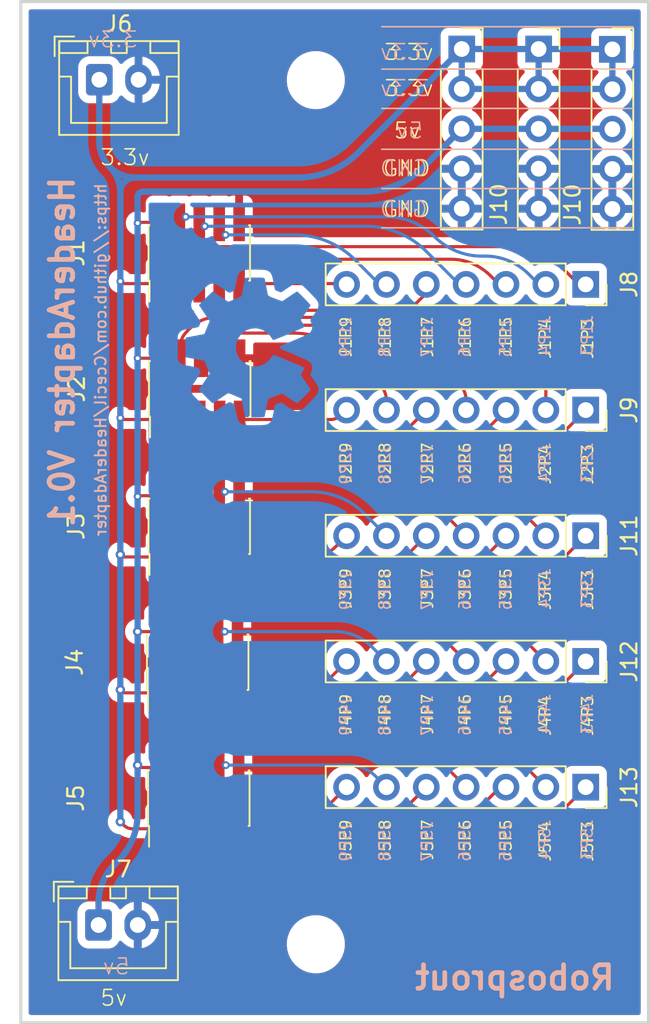
<source format=kicad_pcb>
(kicad_pcb (version 20221018) (generator pcbnew)
  (layers (0 "F.Cu" signal) (31 "B.Cu" signal) (34 "B.Paste" user) (35 "F.Paste" user) (36 "B.SilkS" user "B.Silkscreen") (37 "F.SilkS" user "F.Silkscreen") (38 "B.Mask" user) (39 "F.Mask" user) (44 "Edge.Cuts" user))
  (net 0 "")
  (net 1 "+3.3V")
  (net 2 "+5V")
  (net 3 "J1P3")
  (net 4 "J1P4")
  (net 5 "J1P5")
  (net 6 "J1P6")
  (net 7 "J1P7")
  (net 8 "J1P8")
  (net 9 "J1P9")
  (net 10 "GND")
  (net 11 "J2P3")
  (net 12 "J2P4")
  (net 13 "J2P5")
  (net 14 "J2P6")
  (net 15 "J2P7")
  (net 16 "J2P8")
  (net 17 "J2P9")
  (net 18 "J3P3")
  (net 19 "J3P4")
  (net 20 "J3P5")
  (net 21 "J3P6")
  (net 22 "J3P7")
  (net 23 "J3P8")
  (net 24 "J3P9")
  (net 25 "J4P3")
  (net 26 "J4P4")
  (net 27 "J4P5")
  (net 28 "J4P6")
  (net 29 "J4P7")
  (net 30 "J4P8")
  (net 31 "J4P9")
  (net 32 "J5P3")
  (net 33 "J5P4")
  (net 34 "J5P5")
  (net 35 "J5P6")
  (net 36 "J5P7")
  (net 37 "J5P8")
  (net 38 "J5P9")
  (footprint "Connector_PinSocket_2.54mm:PinSocket_1x07_P2.54mm_Vertical" (layer "F.Cu") (at 131 70 -90)
    (fp_text reference "J9")
    (fp_text value "Conn_01x07_Socket")
  )
  (footprint "Symbol:OSHW-Logo2_7.3x6mm_Copper" (layer "F.Cu") (at 130.5 103.5 90)
    (fp_text reference "REF**" hide)
    (fp_text value "OSHW-Logo2_7.3x6mm_Copper" hide)
  )
  (footprint "Connector_JST:JST_XH_B2B-XH-A_1x02_P2.50mm_Vertical" (layer "F.Cu") (at 99.95 102.775)
    (fp_text reference "J7")
    (fp_text value "Conn_01x02_Socket")
  )
  (footprint "MountingHole:MountingHole_3.2mm_M3" (layer "F.Cu") (at 113.8 49)
    (fp_text reference "REF**" hide)
    (fp_text value "MountingHole_3.2mm_M3" hide)
  )
  (footprint "Connector_PinHeader_1.27mm:PinHeader_2x05_P1.27mm_Vertical_SMD" (layer "F.Cu") (at 106.27 86.05 90)
    (fp_text reference "J4")
    (fp_text value "Conn_02x05_Odd_Even" hide)
  )
  (footprint "Connector_PinSocket_2.54mm:PinSocket_1x07_P2.54mm_Vertical" (layer "F.Cu") (at 131 86 -90)
    (fp_text reference "J12")
    (fp_text value "Conn_01x07_Socket")
  )
  (footprint "Connector_PinSocket_2.54mm:PinSocket_1x05_P2.54mm_Vertical" (layer "F.Cu") (at 128 47.02)
    (fp_text reference "J10")
    (fp_text value "Conn_01x05_Socket" hide)
  )
  (footprint "Connector_PinHeader_1.27mm:PinHeader_2x05_P1.27mm_Vertical_SMD" (layer "F.Cu") (at 106.37 77.4 90)
    (fp_text reference "J3")
    (fp_text value "Conn_02x05_Odd_Even" hide)
  )
  (footprint "Connector_PinHeader_1.27mm:PinHeader_2x05_P1.27mm_Vertical_SMD" (layer "F.Cu") (at 106.4 68.65 90)
    (fp_text reference "J2")
    (fp_text value "Conn_02x05_Odd_Even" hide)
  )
  (footprint "Connector_PinHeader_1.27mm:PinHeader_2x05_P1.27mm_Vertical_SMD" (layer "F.Cu") (at 106.34 94.7 90)
    (fp_text reference "J5")
    (fp_text value "Conn_02x05_Odd_Even" hide)
  )
  (footprint "Connector_PinHeader_1.27mm:PinHeader_2x05_P1.27mm_Vertical_SMD" (layer "F.Cu") (at 106.37 60 90)
    (fp_text reference "J1")
    (fp_text value "Conn_02x05_Odd_Even" hide)
  )
  (footprint "Connector_PinSocket_2.54mm:PinSocket_1x07_P2.54mm_Vertical" (layer "F.Cu") (at 131 78 -90)
    (fp_text reference "J11")
    (fp_text value "Conn_01x07_Socket")
  )
  (footprint "Connector_PinSocket_2.54mm:PinSocket_1x05_P2.54mm_Vertical" (layer "F.Cu") (at 123.1 47.02)
    (fp_text reference "J10" hide)
    (fp_text value "Conn_01x05_Socket" hide)
  )
  (footprint "MountingHole:MountingHole_3.2mm_M3" (layer "F.Cu") (at 113.8 104)
    (fp_text reference "REF**" hide)
    (fp_text value "MountingHole_3.2mm_M3" hide)
  )
  (footprint "Connector_JST:JST_XH_B2B-XH-A_1x02_P2.50mm_Vertical" (layer "F.Cu") (at 100 48.975)
    (fp_text reference "J6")
    (fp_text value "Conn_01x02_Socket")
  )
  (footprint "Connector_PinSocket_2.54mm:PinSocket_1x07_P2.54mm_Vertical" (layer "F.Cu") (at 131 62 -90)
    (fp_text reference "J8")
    (fp_text value "Conn_01x07_Socket")
  )
  (footprint "Connector_PinSocket_2.54mm:PinSocket_1x05_P2.54mm_Vertical" (layer "F.Cu") (at 132.7 47.04)
    (fp_text reference "J10")
    (fp_text value "Conn_01x05_Socket" hide)
  )
  (footprint "Connector_PinSocket_2.54mm:PinSocket_1x07_P2.54mm_Vertical" (layer "F.Cu") (at 131 94 -90)
    (fp_text reference "J13")
    (fp_text value "Conn_01x07_Socket")
  )
  (footprint "Symbol:OSHW-Symbol_8.9x8mm_Copper" (layer "B.Cu") (at 109.5 66 -90)
    (fp_text reference "REF**" hide)
    (fp_text value "OSHW-Symbol_8.9x8mm_Copper" hide)
  )
  (gr_line (start 118 53.4) (end 134 53.4) (stroke (width 0.1)) (layer "B.SilkS"))
  (gr_line (start 118 45.6) (end 134 45.6) (stroke (width 0.1)) (layer "B.SilkS"))
  (gr_line (start 118 58.4) (end 134 58.4) (stroke (width 0.1)) (layer "B.SilkS"))
  (gr_line (start 118 55.9) (end 134 55.9) (stroke (width 0.1)) (layer "B.SilkS"))
  (gr_line (start 118 48.3) (end 134 48.3) (stroke (width 0.1)) (layer "B.SilkS"))
  (gr_line (start 118 50.8) (end 134 50.8) (stroke (width 0.1)) (layer "B.SilkS"))
  (gr_rect (start 95 44) (end 135 109) (stroke (width 0.2)) (fill none) (layer "Edge.Cuts"))
  (gr_text "3.3v" (at 121.1 50.1) (layer "B.SilkS") (effects (font (size 1 1) (thickness 0.1)) (justify left bottom mirror)))
  (gr_text "3.3v" (at 102.5 47) (layer "B.SilkS") (effects (font (size 1 1) (thickness 0.1)) (justify left bottom mirror)))
  (gr_text "J1P6" (at 123.7 64 90) (layer "B.SilkS") (effects (font (size 0.7 0.7) (thickness 0.1)) (justify left bottom mirror)))
  (gr_text "J2P6" (at 123.7 72.1 90) (layer "B.SilkS") (effects (font (size 0.7 0.7) (thickness 0.1)) (justify left bottom mirror)))
  (gr_text "J2P3" (at 131.5 72 90) (layer "B.SilkS") (effects (font (size 0.7 0.7) (thickness 0.1)) (justify left bottom mirror)))
  (gr_text "https://github.com/Ccecil/HeaderAdapter" (at 100.5 55.5 90) (layer "B.SilkS") (effects (font (size 0.7 0.7) (thickness 0.125) bold) (justify left bottom mirror)))
  (gr_text "J2P8" (at 118.6 72.1 90) (layer "B.SilkS") (effects (font (size 0.7 0.7) (thickness 0.1)) (justify left bottom mirror)))
  (gr_text "J3P4" (at 128.8 80 90) (layer "B.SilkS") (effects (font (size 0.7 0.7) (thickness 0.1)) (justify left bottom mirror)))
  (gr_text "J1P3" (at 131.5 63.9 90) (layer "B.SilkS") (effects (font (size 0.7 0.7) (thickness 0.1)) (justify left bottom mirror)))
  (gr_text "HeaderAdapter V0.1" (at 98.5 55 90) (layer "B.SilkS") (effects (font (size 1.5 1.5) (thickness 0.3) bold) (justify left bottom mirror)))
  (gr_text "J4P9" (at 116.1 88.1 90) (layer "B.SilkS") (effects (font (size 0.7 0.7) (thickness 0.1)) (justify left bottom mirror)))
  (gr_text "J2P4" (at 128.8 72 90) (layer "B.SilkS") (effects (font (size 0.7 0.7) (thickness 0.1)) (justify left bottom mirror)))
  (gr_text "J3P7" (at 121.3 80.1 90) (layer "B.SilkS") (effects (font (size 0.7 0.7) (thickness 0.1)) (justify left bottom mirror)))
  (gr_text "J4P6" (at 123.7 88.1 90) (layer "B.SilkS") (effects (font (size 0.7 0.7) (thickness 0.1)) (justify left bottom mirror)))
  (gr_text "J1P8" (at 118.6 64 90) (layer "B.SilkS") (effects (font (size 0.7 0.7) (thickness 0.1)) (justify left bottom mirror)))
  (gr_text "3.3v" (at 121.1 47.8) (layer "B.SilkS") (effects (font (size 1 1) (thickness 0.1)) (justify left bottom mirror)))
  (gr_text "J1P9" (at 116.1 64 90) (layer "B.SilkS") (effects (font (size 0.7 0.7) (thickness 0.1)) (justify left bottom mirror)))
  (gr_text "5v" (at 102 106) (layer "B.SilkS") (effects (font (size 1 1) (thickness 0.1)) (justify left bottom mirror)))
  (gr_text "GND" (at 121 57.8) (layer "B.SilkS") (effects (font (size 1 1) (thickness 0.1)) (justify left bottom mirror)))
  (gr_text "J2P5" (at 126.3 72.1 90) (layer "B.SilkS") (effects (font (size 0.7 0.7) (thickness 0.1)) (justify left bottom mirror)))
  (gr_text "J5P8" (at 118.6 96.1 90) (layer "B.SilkS") (effects (font (size 0.7 0.7) (thickness 0.1)) (justify left bottom mirror)))
  (gr_text "J1P5" (at 126.3 64 90) (layer "B.SilkS") (effects (font (size 0.7 0.7) (thickness 0.1)) (justify left bottom mirror)))
  (gr_text "J4P8" (at 118.6 88.1 90) (layer "B.SilkS") (effects (font (size 0.7 0.7) (thickness 0.1)) (justify left bottom mirror)))
  (gr_text "J3P8" (at 118.6 80.1 90) (layer "B.SilkS") (effects (font (size 0.7 0.7) (thickness 0.1)) (justify left bottom mirror)))
  (gr_text "J4P4" (at 128.8 88 90) (layer "B.SilkS") (effects (font (size 0.7 0.7) (thickness 0.1)) (justify left bottom mirror)))
  (gr_text "J5P6" (at 123.7 96.1 90) (layer "B.SilkS") (effects (font (size 0.7 0.7) (thickness 0.1)) (justify left bottom mirror)))
  (gr_text "J1P7" (at 121.3 64 90) (layer "B.SilkS") (effects (font (size 0.7 0.7) (thickness 0.1)) (justify left bottom mirror)))
  (gr_text "J4P7" (at 121.3 88.1 90) (layer "B.SilkS") (effects (font (size 0.7 0.7) (thickness 0.1)) (justify left bottom mirror)))
  (gr_text "J5P3" (at 131.5 96 90) (layer "B.SilkS") (effects (font (size 0.7 0.7) (thickness 0.1)) (justify left bottom mirror)))
  (gr_text "J3P5" (at 126.3 80.1 90) (layer "B.SilkS") (effects (font (size 0.7 0.7) (thickness 0.1)) (justify left bottom mirror)))
  (gr_text "J4P3" (at 131.5 88 90) (layer "B.SilkS") (effects (font (size 0.7 0.7) (thickness 0.1)) (justify left bottom mirror)))
  (gr_text "GND" (at 121 55.2) (layer "B.SilkS") (effects (font (size 1 1) (thickness 0.1)) (justify left bottom mirror)))
  (gr_text "J5P9" (at 116.1 96.1 90) (layer "B.SilkS") (effects (font (size 0.7 0.7) (thickness 0.1)) (justify left bottom mirror)))
  (gr_text "J5P4" (at 128.8 96 90) (layer "B.SilkS") (effects (font (size 0.7 0.7) (thickness 0.1)) (justify left bottom mirror)))
  (gr_text "J5P7" (at 121.3 96.1 90) (layer "B.SilkS") (effects (font (size 0.7 0.7) (thickness 0.1)) (justify left bottom mirror)))
  (gr_text "J3P3" (at 131.5 80 90) (layer "B.SilkS") (effects (font (size 0.7 0.7) (thickness 0.1)) (justify left bottom mirror)))
  (gr_text "J3P6" (at 123.7 80.1 90) (layer "B.SilkS") (effects (font (size 0.7 0.7) (thickness 0.1)) (justify left bottom mirror)))
  (gr_text "J2P7" (at 121.3 72.1 90) (layer "B.SilkS") (effects (font (size 0.7 0.7) (thickness 0.1)) (justify left bottom mirror)))
  (gr_text "Robosprout " (at 133 107) (layer "B.SilkS") (effects (font (size 1.5 1.5) (thickness 0.3) bold) (justify left bottom mirror)))
  (gr_text "5v" (at 120.7 52.8) (layer "B.SilkS") (effects (font (size 1 1) (thickness 0.1)) (justify left bottom mirror)))
  (gr_text "J3P9" (at 116.1 80.1 90) (layer "B.SilkS") (effects (font (size 0.7 0.7) (thickness 0.1)) (justify left bottom mirror)))
  (gr_text "J1P4" (at 128.8 63.9 90) (layer "B.SilkS") (effects (font (size 0.7 0.7) (thickness 0.1)) (justify left bottom mirror)))
  (gr_text "J5P5" (at 126.3 96.1 90) (layer "B.SilkS") (effects (font (size 0.7 0.7) (thickness 0.1)) (justify left bottom mirror)))
  (gr_text "J2P9" (at 116.1 72.1 90) (layer "B.SilkS") (effects (font (size 0.7 0.7) (thickness 0.1)) (justify left bottom mirror)))
  (gr_text "J4P5" (at 126.3 88.1 90) (layer "B.SilkS") (effects (font (size 0.7 0.7) (thickness 0.1)) (justify left bottom mirror)))
  (gr_text "GND" (at 118 57.8) (layer "F.SilkS") (effects (font (size 1 1) (thickness 0.1)) (justify left bottom)))
  (gr_text "J2P7" (at 121.33 74.7 90) (layer "F.SilkS") (effects (font (size 0.7 0.7) (thickness 0.1)) (justify left bottom)))
  (gr_text "J4P5" (at 126.33 90.7 90) (layer "F.SilkS") (effects (font (size 0.7 0.7) (thickness 0.1)) (justify left bottom)))
  (gr_text "5v" (at 118.7 52.8) (layer "F.SilkS") (effects (font (size 1 1) (thickness 0.1)) (justify left bottom)))
  (gr_text "J2P9" (at 116.13 74.7 90) (layer "F.SilkS") (effects (font (size 0.7 0.7) (thickness 0.1)) (justify left bottom)))
  (gr_text "J1P9" (at 116.13 66.7 90) (layer "F.SilkS") (effects (font (size 0.7 0.7) (thickness 0.1)) (justify left bottom)))
  (gr_text "J3P6" (at 123.73 82.7 90) (layer "F.SilkS") (effects (font (size 0.7 0.7) (thickness 0.1)) (justify left bottom)))
  (gr_text "J1P6" (at 123.73 66.7 90) (layer "F.SilkS") (effects (font (size 0.7 0.7) (thickness 0.1)) (justify left bottom)))
  (gr_text "J4P6" (at 123.73 90.7 90) (layer "F.SilkS") (effects (font (size 0.7 0.7) (thickness 0.1)) (justify left bottom)))
  (gr_text "J4P4" (at 128.83 90.8 90) (layer "F.SilkS") (effects (font (size 0.7 0.7) (thickness 0.1)) (justify left bottom)))
  (gr_text "J4P8" (at 118.63 90.7 90) (layer "F.SilkS") (effects (font (size 0.7 0.7) (thickness 0.1)) (justify left bottom)))
  (gr_text "J5P8" (at 118.63 98.7 90) (layer "F.SilkS") (effects (font (size 0.7 0.7) (thickness 0.1)) (justify left bottom)))
  (gr_text "J3P4" (at 128.83 82.8 90) (layer "F.SilkS") (effects (font (size 0.7 0.7) (thickness 0.1)) (justify left bottom)))
  (gr_text "J1P4" (at 128.83 66.8 90) (layer "F.SilkS") (effects (font (size 0.7 0.7) (thickness 0.1)) (justify left bottom)))
  (gr_text "J1P8" (at 118.63 66.7 90) (layer "F.SilkS") (effects (font (size 0.7 0.7) (thickness 0.1)) (justify left bottom)))
  (gr_text "3.3v" (at 100 54.5) (layer "F.SilkS") (effects (font (size 1 1) (thickness 0.1)) (justify left bottom)))
  (gr_text "J5P5" (at 126.33 98.7 90) (layer "F.SilkS") (effects (font (size 0.7 0.7) (thickness 0.1)) (justify left bottom)))
  (gr_text "J4P9" (at 116.13 90.7 90) (layer "F.SilkS") (effects (font (size 0.7 0.7) (thickness 0.1)) (justify left bottom)))
  (gr_text "J5P3" (at 131.53 98.8 90) (layer "F.SilkS") (effects (font (size 0.7 0.7) (thickness 0.1)) (justify left bottom)))
  (gr_text "J3P5" (at 126.33 82.7 90) (layer "F.SilkS") (effects (font (size 0.7 0.7) (thickness 0.1)) (justify left bottom)))
  (gr_text "J4P3" (at 131.53 90.8 90) (layer "F.SilkS") (effects (font (size 0.7 0.7) (thickness 0.1)) (justify left bottom)))
  (gr_text "J5P4" (at 128.83 98.8 90) (layer "F.SilkS") (effects (font (size 0.7 0.7) (thickness 0.1)) (justify left bottom)))
  (gr_text "J1P5" (at 126.33 66.7 90) (layer "F.SilkS") (effects (font (size 0.7 0.7) (thickness 0.1)) (justify left bottom)))
  (gr_text "J5P7" (at 121.33 98.7 90) (layer "F.SilkS") (effects (font (size 0.7 0.7) (thickness 0.1)) (justify left bottom)))
  (gr_text "J2P3" (at 131.53 74.8 90) (layer "F.SilkS") (effects (font (size 0.7 0.7) (thickness 0.1)) (justify left bottom)))
  (gr_text "J3P8" (at 118.63 82.7 90) (layer "F.SilkS") (effects (font (size 0.7 0.7) (thickness 0.1)) (justify left bottom)))
  (gr_text "5v" (at 100 108) (layer "F.SilkS") (effects (font (size 1 1) (thickness 0.1)) (justify left bottom)))
  (gr_text "J2P4" (at 128.83 74.8 90) (layer "F.SilkS") (effects (font (size 0.7 0.7) (thickness 0.1)) (justify left bottom)))
  (gr_text "J1P7" (at 121.33 66.7 90) (layer "F.SilkS") (effects (font (size 0.7 0.7) (thickness 0.1)) (justify left bottom)))
  (gr_text "J3P9" (at 116.13 82.7 90) (layer "F.SilkS") (effects (font (size 0.7 0.7) (thickness 0.1)) (justify left bottom)))
  (gr_text "J4P7" (at 121.33 90.7 90) (layer "F.SilkS") (effects (font (size 0.7 0.7) (thickness 0.1)) (justify left bottom)))
  (gr_text "GND" (at 118 55.2) (layer "F.SilkS") (effects (font (size 1 1) (thickness 0.1)) (justify left bottom)))
  (gr_text "J3P3" (at 131.53 82.8 90) (layer "F.SilkS") (effects (font (size 0.7 0.7) (thickness 0.1)) (justify left bottom)))
  (gr_text "J2P6" (at 123.73 74.7 90) (layer "F.SilkS") (effects (font (size 0.7 0.7) (thickness 0.1)) (justify left bottom)))
  (gr_text "J3P7" (at 121.33 82.7 90) (layer "F.SilkS") (effects (font (size 0.7 0.7) (thickness 0.1)) (justify left bottom)))
  (gr_text "3.3v" (at 118.1 50.1) (layer "F.SilkS") (effects (font (size 1 1) (thickness 0.1)) (justify left bottom)))
  (gr_text "J5P6" (at 123.73 98.7 90) (layer "F.SilkS") (effects (font (size 0.7 0.7) (thickness 0.1)) (justify left bottom)))
  (gr_text "3.3v" (at 118.1 47.8) (layer "F.SilkS") (effects (font (size 1 1) (thickness 0.1)) (justify left bottom)))
  (gr_text "J2P5" (at 126.33 74.7 90) (layer "F.SilkS") (effects (font (size 0.7 0.7) (thickness 0.1)) (justify left bottom)))
  (gr_text "J2P8" (at 118.63 74.7 90) (layer "F.SilkS") (effects (font (size 0.7 0.7) (thickness 0.1)) (justify left bottom)))
  (gr_text "J1P3" (at 131.53 66.8 90) (layer "F.SilkS") (effects (font (size 0.7 0.7) (thickness 0.1)) (justify left bottom)))
  (gr_text "J5P9" (at 116.13 98.7 90) (layer "F.SilkS") (effects (font (size 0.7 0.7) (thickness 0.1)) (justify left bottom)))
  (segment (start 101.415 61.875) (end 101.34 61.8) (width 0.2) (layer "F.Cu") (net 1))
  (segment (start 101.681421 88) (end 103.73 88) (width 0.2) (layer "F.Cu") (net 1))
  (segment (start 101.51071 70.6) (end 103.86 70.6) (width 0.2) (layer "F.Cu") (net 1))
  (segment (start 101.34 70.5) (end 101.39 70.55) (width 0.2) (layer "F.Cu") (net 1))
  (segment (start 101.596066 79.35) (end 103.83 79.35) (width 0.2) (layer "F.Cu") (net 1))
  (segment (start 102.108198 96.65) (end 103.8 96.65) (width 0.2) (layer "F.Cu") (net 1))
  (segment (start 101.34 96.2) (end 101.565 96.425) (width 0.2) (layer "F.Cu") (net 1))
  (segment (start 101.415 79.275) (end 101.34 79.2) (width 0.2) (layer "F.Cu") (net 1))
  (segment (start 101.34 87.8) (end 101.44 87.9) (width 0.2) (layer "F.Cu") (net 1))
  (segment (start 101.596066 61.95) (end 103.83 61.95) (width 0.2) (layer "F.Cu") (net 1))
  (via (at 101.34 79.2) (size 0.6) (drill 0.3) (layers "F.Cu" "B.Cu") (net 1))
  (via (at 101.34 70.5) (size 0.5) (drill 0.25) (layers "F.Cu" "B.Cu") (net 1))
  (via (at 101.34 61.8) (size 0.5) (drill 0.25) (layers "F.Cu" "B.Cu") (net 1))
  (via (at 101.34 96.2) (size 0.6) (drill 0.3) (layers "F.Cu" "B.Cu") (net 1))
  (via (at 101.34 87.8) (size 0.6) (drill 0.3) (layers "F.Cu" "B.Cu") (net 1))
  (arc (start 101.565 96.425) (mid 101.814221 96.591524) (end 102.108198 96.65) (width 0.2) (layer "F.Cu") (net 1))
  (arc (start 101.39 70.55) (mid 101.445382 70.587005) (end 101.51071 70.6) (width 0.2) (layer "F.Cu") (net 1))
  (arc (start 101.681421 88) (mid 101.550764 87.97401) (end 101.44 87.9) (width 0.2) (layer "F.Cu") (net 1))
  (arc (start 101.415 79.275) (mid 101.498073 79.330508) (end 101.596066 79.35) (width 0.2) (layer "F.Cu") (net 1))
  (arc (start 101.415 61.875) (mid 101.498073 61.930508) (end 101.596066 61.95) (width 0.2) (layer "F.Cu") (net 1))
  (segment (start 123.09 47.01) (end 123.08 47) (width 0.4) (layer "B.Cu") (net 1))
  (segment (start 128 49.545857) (end 128 47.034142) (width 0.4) (layer "B.Cu") (net 1))
  (segment (start 123.114142 47.02) (end 132.665857 47.02) (width 0.4) (layer "B.Cu") (net 1))
  (segment (start 101.34 79.2) (end 101.34 70.5) (width 0.4) (layer "B.Cu") (net 1))
  (segment (start 101.34 96.2) (end 101.34 87.8) (width 0.4) (layer "B.Cu") (net 1))
  (segment (start 101.34 79.2) (end 101.34 87.8) (width 0.4) (layer "B.Cu") (net 1))
  (segment (start 112.666036 55.2) (end 102.287523 55.2) (width 0.4) (layer "B.Cu") (net 1))
  (segment (start 123.114142 49.56) (end 132.665857 49.56) (width 0.4) (layer "B.Cu") (net 1))
  (segment (start 127.99 47.01) (end 127.98 47) (width 0.4) (layer "B.Cu") (net 1))
  (segment (start 101.34 70.5) (end 101.34 61.8) (width 0.4) (layer "B.Cu") (net 1))
  (segment (start 123.1 49.545857) (end 123.1 47.034142) (width 0.4) (layer "B.Cu") (net 1))
  (segment (start 101.34 96.2) (end 101.34 96.3) (width 0.4) (layer "B.Cu") (net 1))
  (segment (start 101.34 56.147523) (end 101.34 61.8) (width 0.4) (layer "B.Cu") (net 1))
  (segment (start 116.513792 53.606207) (end 123.089999 47.029999) (width 0.4) (layer "B.Cu") (net 1))
  (segment (start 132.7 49.565857) (end 132.7 47.054142) (width 0.4) (layer "B.Cu") (net 1))
  (segment (start 123.09 49.55) (end 123.08 49.54) (width 0.4) (layer "B.Cu") (net 1))
  (segment (start 127.99 49.55) (end 127.98 49.54) (width 0.4) (layer "B.Cu") (net 1))
  (segment (start 100 52.912476) (end 100 48.975) (width 0.4) (layer "B.Cu") (net 1))
  (arc (start 132.69 47.03) (mid 132.697401 47.041076) (end 132.7 47.054142) (width 0.4) (layer "B.Cu") (net 1))
  (arc (start 132.69 49.57) (mid 132.678923 49.562598) (end 132.665857 49.56) (width 0.4) (layer "B.Cu") (net 1))
  (arc (start 123.089999 47.029999) (mid 123.096383 47.028729) (end 123.1 47.034142) (width 0.4) (layer "B.Cu") (net 1))
  (arc (start 123.1 49.545857) (mid 123.104142 49.555857) (end 123.114142 49.56) (width 0.4) (layer "B.Cu") (net 1))
  (arc (start 116.513792 53.606207) (mid 114.748426 54.785786) (end 112.666036 55.2) (width 0.4) (layer "B.Cu") (net 1))
  (arc (start 128 49.545857) (mid 127.996383 49.551269) (end 127.99 49.55) (width 0.4) (layer "B.Cu") (net 1))
  (arc (start 100.67 54.53) (mid 101.412125 55.025872) (end 102.287523 55.2) (width 0.4) (layer "B.Cu") (net 1))
  (arc (start 132.69 47.03) (mid 132.678923 47.022598) (end 132.665857 47.02) (width 0.4) (layer "B.Cu") (net 1))
  (arc (start 101.34 56.147523) (mid 101.165872 55.272125) (end 100.67 54.53) (width 0.4) (layer "B.Cu") (net 1))
  (arc (start 128 47.034142) (mid 127.997401 47.021076) (end 127.99 47.01) (width 0.4) (layer "B.Cu") (net 1))
  (arc (start 101.34 56.147523) (mid 101.617523 55.477523) (end 102.287523 55.2) (width 0.4) (layer "B.Cu") (net 1))
  (arc (start 123.089999 47.029999) (mid 123.094141 47.019999) (end 123.09 47.01) (width 0.4) (layer "B.Cu") (net 1))
  (arc (start 123.114142 47.02) (mid 123.101076 47.017401) (end 123.09 47.01) (width 0.4) (layer "B.Cu") (net 1))
  (arc (start 123.114142 49.56) (mid 123.101076 49.557401) (end 123.09 49.55) (width 0.4) (layer "B.Cu") (net 1))
  (arc (start 132.69 49.57) (mid 132.696383 49.571269) (end 132.7 49.565857) (width 0.4) (layer "B.Cu") (net 1))
  (arc (start 123.114142 47.02) (mid 123.104142 47.024142) (end 123.1 47.034142) (width 0.4) (layer "B.Cu") (net 1))
  (arc (start 100.67 54.53) (mid 100.174127 53.787873) (end 100 52.912476) (width 0.4) (layer "B.Cu") (net 1))
  (arc (start 123.1 49.545857) (mid 123.096383 49.551269) (end 123.09 49.55) (width 0.4) (layer "B.Cu") (net 1))
  (segment (start 102.696066 92.75) (end 103.8 92.75) (width 0.2) (layer "F.Cu") (net 2))
  (segment (start 102.44 84.1) (end 103.73 84.1) (width 0.2) (layer "F.Cu") (net 2))
  (segment (start 102.465 75.475) (end 102.44 75.5) (width 0.2) (layer "F.Cu") (net 2))
  (segment (start 102.515 92.675) (end 102.44 92.6) (width 0.2) (layer "F.Cu") (net 2))
  (segment (start 102.525355 58.05) (end 103.83 58.05) (width 0.2) (layer "F.Cu") (net 2))
  (segment (start 102.525355 75.45) (end 103.83 75.45) (width 0.2) (layer "F.Cu") (net 2))
  (segment (start 102.465 58.075) (end 102.44 58.1) (width 0.2) (layer "F.Cu") (net 2))
  (segment (start 102.44 66.7) (end 103.86 66.7) (width 0.2) (layer "F.Cu") (net 2))
  (via (at 102.44 58.1) (size 0.5) (drill 0.25) (layers "F.Cu" "B.Cu") (net 2))
  (via (at 102.44 75.5) (size 0.5) (drill 0.25) (layers "F.Cu" "B.Cu") (net 2))
  (via (at 102.44 84.1) (size 0.6) (drill 0.3) (layers "F.Cu" "B.Cu") (net 2))
  (via (at 102.44 92.6) (size 0.6) (drill 0.3) (layers "F.Cu" "B.Cu") (net 2))
  (via (at 102.44 66.7) (size 0.5) (drill 0.25) (layers "F.Cu" "B.Cu") (net 2))
  (arc (start 102.525355 75.45) (mid 102.492691 75.456497) (end 102.465 75.475) (width 0.2) (layer "F.Cu") (net 2))
  (arc (start 102.525355 58.05) (mid 102.492691 58.056497) (end 102.465 58.075) (width 0.2) (layer "F.Cu") (net 2))
  (arc (start 102.515 92.675) (mid 102.598073 92.730508) (end 102.696066 92.75) (width 0.2) (layer "F.Cu") (net 2))
  (segment (start 99.95 101.3625) (end 99.95 102.775) (width 0.4) (layer "B.Cu") (net 2))
  (segment (start 102.781421 56.1) (end 116.846036 56.1) (width 0.4) (layer "B.Cu") (net 2))
  (segment (start 127.98 52.08) (end 128 52.1) (width 0.4) (layer "B.Cu") (net 2))
  (segment (start 123.089999 52.109999) (end 120.693792 54.506207) (width 0.4) (layer "B.Cu") (net 2))
  (segment (start 102.44 75.5) (end 102.44 84.1) (width 0.4) (layer "B.Cu") (net 2))
  (segment (start 123.09 52.09) (end 123.08 52.08) (width 0.4) (layer "B.Cu") (net 2))
  (segment (start 102.44 58.1) (end 102.44 56.441421) (width 0.4) (layer "B.Cu") (net 2))
  (segment (start 102.44 58.1) (end 102.44 66.7) (width 0.4) (layer "B.Cu") (net 2))
  (segment (start 101.194999 98.704999) (end 100.948788 98.951211) (width 0.4) (layer "B.Cu") (net 2))
  (segment (start 102.44 75.5) (end 102.44 66.7) (width 0.4) (layer "B.Cu") (net 2))
  (segment (start 102.44 95.699304) (end 102.44 92.6) (width 0.4) (layer "B.Cu") (net 2))
  (segment (start 132.69 52.11) (end 132.7 52.12) (width 0.4) (layer "B.Cu") (net 2))
  (segment (start 102.44 84.1) (end 102.44 92.6) (width 0.4) (layer "B.Cu") (net 2))
  (segment (start 123.114142 52.1) (end 132.665857 52.1) (width 0.4) (layer "B.Cu") (net 2))
  (arc (start 102.54 56.2) (mid 102.650764 56.125989) (end 102.781421 56.1) (width 0.4) (layer "B.Cu") (net 2))
  (arc (start 123.089999 52.109999) (mid 123.101076 52.102598) (end 123.114142 52.1) (width 0.4) (layer "B.Cu") (net 2))
  (arc (start 101.194999 98.704999) (mid 102.116434 97.325974) (end 102.44 95.699304) (width 0.4) (layer "B.Cu") (net 2))
  (arc (start 120.693792 54.506207) (mid 118.928426 55.685786) (end 116.846036 56.1) (width 0.4) (layer "B.Cu") (net 2))
  (arc (start 99.95 101.3625) (mid 100.209576 100.057519) (end 100.948788 98.951211) (width 0.4) (layer "B.Cu") (net 2))
  (arc (start 132.69 52.11) (mid 132.678923 52.102598) (end 132.665857 52.1) (width 0.4) (layer "B.Cu") (net 2))
  (arc (start 123.089999 52.109999) (mid 123.094141 52.099999) (end 123.09 52.09) (width 0.4) (layer "B.Cu") (net 2))
  (arc (start 102.54 56.2) (mid 102.465989 56.310764) (end 102.44 56.441421) (width 0.4) (layer "B.Cu") (net 2))
  (arc (start 123.114142 52.1) (mid 123.101076 52.097401) (end 123.09 52.09) (width 0.4) (layer "B.Cu") (net 2))
  (segment (start 105.86 60.36) (end 105.393449 60.82655) (width 0.2) (layer "F.Cu") (net 3))
  (segment (start 129.61 61.05) (end 131.06 62.5) (width 0.2) (layer "F.Cu") (net 3))
  (segment (start 105.1 61.535) (end 105.1 61.05) (width 0.2) (layer "F.Cu") (net 3))
  (segment (start 107.694802 59.6) (end 126.10939 59.6) (width 0.2) (layer "F.Cu") (net 3))
  (arc (start 105.1 61.535) (mid 105.176264 61.151589) (end 105.393449 60.82655) (width 0.2) (layer "F.Cu") (net 3))
  (arc (start 107.694802 59.6) (mid 106.701814 59.797517) (end 105.86 60.36) (width 0.2) (layer "F.Cu") (net 3))
  (arc (start 129.61 61.05) (mid 128.003906 59.976842) (end 126.10939 59.6) (width 0.2) (layer "F.Cu") (net 3))
  (arc (start 105.1 61.535) (mid 105.1 61.535) (end 105.1 61.535) (width 0.2) (layer "F.Cu") (net 3))
  (segment (start 105.499826 57.699899) (end 105.475969 57.699899) (width 0.2) (layer "F.Cu") (net 4))
  (segment (start 105.499999 57.7) (end 105.499948 57.699949) (width 0.2) (layer "F.Cu") (net 4))
  (segment (start 105.414645 57.735354) (end 105.1 58.05) (width 0.2) (layer "F.Cu") (net 4))
  (via (at 105.499999 57.7) (size 0.5) (drill 0.25) (layers "F.Cu" "B.Cu") (net 4))
  (arc (start 105.499948 57.699949) (mid 105.499892 57.699911) (end 105.499826 57.699899) (width 0.2) (layer "F.Cu") (net 4))
  (arc (start 105.414645 57.735354) (mid 105.443097 57.714251) (end 105.475969 57.699899) (width 0.2) (layer "F.Cu") (net 4))
  (segment (start 118.332233 57.7) (end 105.499999 57.7) (width 0.2) (layer "B.Cu") (net 4))
  (segment (start 124.593654 60.2) (end 124.367766 60.2) (width 0.2) (layer "B.Cu") (net 4))
  (segment (start 127.37 61.35) (end 128.52 62.5) (width 0.2) (layer "B.Cu") (net 4))
  (arc (start 124.367766 60.2) (mid 122.734562 59.875135) (end 121.35 58.95) (width 0.2) (layer "B.Cu") (net 4))
  (arc (start 124.593654 60.2) (mid 126.096201 60.498875) (end 127.37 61.35) (width 0.2) (layer "B.Cu") (net 4))
  (arc (start 118.332233 57.7) (mid 119.965437 58.024861) (end 121.35 58.95) (width 0.2) (layer "B.Cu") (net 4))
  (segment (start 106.663449 60.82655) (end 106.929004 60.560991) (width 0.2) (layer "F.Cu") (net 5))
  (segment (start 124.93 61.45) (end 125.98 62.5) (width 0.2) (layer "F.Cu") (net 5))
  (segment (start 106.37 61.535) (end 106.37 61.05) (width 0.2) (layer "F.Cu") (net 5))
  (segment (start 107.317667 60.4) (end 122.395075 60.4) (width 0.2) (layer "F.Cu") (net 5))
  (arc (start 106.663449 60.82655) (mid 106.446264 61.151589) (end 106.37 61.535) (width 0.2) (layer "F.Cu") (net 5))
  (arc (start 124.93 61.45) (mid 123.766966 60.672886) (end 122.395075 60.4) (width 0.2) (layer "F.Cu") (net 5))
  (arc (start 106.37 61.535) (mid 106.37 61.535) (end 106.37 61.535) (width 0.2) (layer "F.Cu") (net 5))
  (arc (start 107.317667 60.4) (mid 107.107324 60.44184) (end 106.929004 60.560991) (width 0.2) (layer "F.Cu") (net 5))
  (segment (start 106.719549 58.29955) (end 106.719999 58.3) (width 0.2) (layer "F.Cu") (net 6))
  (segment (start 106.718464 58.299101) (end 106.672157 58.299101) (width 0.2) (layer "F.Cu") (net 6))
  (segment (start 106.54929 58.22929) (end 106.37 58.05) (width 0.2) (layer "F.Cu") (net 6))
  (via (at 106.719999 58.3) (size 0.5) (drill 0.25) (layers "F.Cu" "B.Cu") (net 6))
  (arc (start 106.719549 58.29955) (mid 106.719051 58.299217) (end 106.718464 58.299101) (width 0.2) (layer "F.Cu") (net 6))
  (arc (start 106.672157 58.299101) (mid 106.606194 58.271497) (end 106.54929 58.22929) (width 0.2) (layer "F.Cu") (net 6))
  (segment (start 106.719999 58.3) (end 116.986036 58.3) (width 0.2) (layer "B.Cu") (net 6))
  (segment (start 120.833792 59.893792) (end 123.44 62.5) (width 0.2) (layer "B.Cu") (net 6))
  (arc (start 120.833792 59.893792) (mid 119.068426 58.714212) (end 116.986036 58.3) (width 0.2) (layer "B.Cu") (net 6))
  (segment (start 118.936827 63.65) (end 109.125182 63.65) (width 0.2) (layer "F.Cu") (net 7))
  (segment (start 107.933449 63.073449) (end 108.075 63.215) (width 0.2) (layer "F.Cu") (net 7))
  (segment (start 120.325 63.075) (end 120.9 62.5) (width 0.2) (layer "F.Cu") (net 7))
  (segment (start 107.64 62.365) (end 107.64 61.95) (width 0.2) (layer "F.Cu") (net 7))
  (arc (start 109.125182 63.65) (mid 108.556827 63.536947) (end 108.075 63.215) (width 0.2) (layer "F.Cu") (net 7))
  (arc (start 107.933449 63.073449) (mid 107.716264 62.748409) (end 107.64 62.365) (width 0.2) (layer "F.Cu") (net 7))
  (arc (start 118.936827 63.65) (mid 119.6881 63.500562) (end 120.325 63.075) (width 0.2) (layer "F.Cu") (net 7))
  (segment (start 107.737601 58.545605) (end 108.039294 58.847298) (width 0.2) (layer "F.Cu") (net 8))
  (segment (start 108.04 58.85) (end 108.04 58.849002) (width 0.2) (layer "F.Cu") (net 8))
  (segment (start 107.64 58.25) (end 107.64 58.05) (width 0.2) (layer "F.Cu") (net 8))
  (via (at 108.04 58.85) (size 0.5) (drill 0.25) (layers "F.Cu" "B.Cu") (net 8))
  (arc (start 108.039294 58.847298) (mid 108.039816 58.848079) (end 108.04 58.849002) (width 0.2) (layer "F.Cu") (net 8))
  (arc (start 107.64 58.25) (mid 107.665626 58.405203) (end 107.737601 58.545605) (width 0.2) (layer "F.Cu") (net 8))
  (segment (start 108.04 58.85) (end 112.456036 58.85) (width 0.2) (layer "B.Cu") (net 8))
  (segment (start 108.04 58.85) (end 108.04 58.86) (width 0.2) (layer "B.Cu") (net 8))
  (segment (start 116.303792 60.443792) (end 118.36 62.5) (width 0.2) (layer "B.Cu") (net 8))
  (arc (start 112.456036 58.85) (mid 114.538426 59.264212) (end 116.303792 60.443792) (width 0.2) (layer "B.Cu") (net 8))
  (segment (start 108.91 62.49) (end 108.91 63.03) (width 0.2) (layer "F.Cu") (net 9))
  (segment (start 109.45 61.95) (end 114.881091 61.95) (width 0.2) (layer "F.Cu") (net 9))
  (segment (start 115.545 62.225) (end 115.82 62.5) (width 0.2) (layer "F.Cu") (net 9))
  (arc (start 115.545 62.225) (mid 115.240396 62.02147) (end 114.881091 61.95) (width 0.2) (layer "F.Cu") (net 9))
  (arc (start 109.45 61.95) (mid 109.068162 62.108162) (end 108.91 62.49) (width 0.2) (layer "F.Cu") (net 9))
  (segment (start 107.639446 72.9) (end 126.04939 72.9) (width 0.2) (layer "F.Cu") (net 11))
  (segment (start 129.55 71.45) (end 131 70) (width 0.2) (layer "F.Cu") (net 11))
  (segment (start 105.13 71.015) (end 105.13 70.6) (width 0.2) (layer "F.Cu") (net 11))
  (segment (start 105.865 72.165) (end 105.423449 71.723449) (width 0.2) (layer "F.Cu") (net 11))
  (arc (start 105.423449 71.723449) (mid 105.206264 71.398409) (end 105.13 71.015) (width 0.2) (layer "F.Cu") (net 11))
  (arc (start 126.04939 72.9) (mid 127.943906 72.523157) (end 129.55 71.45) (width 0.2) (layer "F.Cu") (net 11))
  (arc (start 105.865 72.165) (mid 106.679122 72.708979) (end 107.639446 72.9) (width 0.2) (layer "F.Cu") (net 11))
  (segment (start 122.646036 64.1) (end 107.434594 64.1) (width 0.2) (layer "F.Cu") (net 12))
  (segment (start 105.13 66.075) (end 105.13 66.7) (width 0.2) (layer "F.Cu") (net 12))
  (segment (start 105.571941 65.008058) (end 105.805 64.775) (width 0.2) (layer "F.Cu") (net 12))
  (segment (start 127.632685 66.832685) (end 126.493792 65.693792) (width 0.2) (layer "F.Cu") (net 12))
  (segment (start 128.46 68.83) (end 128.46 70) (width 0.2) (layer "F.Cu") (net 12))
  (arc (start 122.646036 64.1) (mid 124.728426 64.514213) (end 126.493792 65.693792) (width 0.2) (layer "F.Cu") (net 12))
  (arc (start 105.571941 65.008058) (mid 105.244856 65.497575) (end 105.13 66.075) (width 0.2) (layer "F.Cu") (net 12))
  (arc (start 107.434594 64.1) (mid 106.552664 64.275426) (end 105.805 64.775) (width 0.2) (layer "F.Cu") (net 12))
  (arc (start 128.46 68.83) (mid 128.244987 67.74906) (end 127.632685 66.832685) (width 0.2) (layer "F.Cu") (net 12))
  (segment (start 108.226604 72.5) (end 121.652233 72.5) (width 0.2) (layer "F.Cu") (net 13))
  (segment (start 106.4 69.9425) (end 106.4 70.4275) (width 0.2) (layer "F.Cu") (net 13))
  (segment (start 106.4 71.015) (end 106.4 70.4275) (width 0.2) (layer "F.Cu") (net 13))
  (segment (start 106.693449 71.723449) (end 106.935 71.965) (width 0.2) (layer "F.Cu") (net 13))
  (segment (start 106.4 69.9425) (end 106.4 69.7) (width 0.2) (layer "F.Cu") (net 13))
  (segment (start 124.67 71.25) (end 125.92 70) (width 0.2) (layer "F.Cu") (net 13))
  (arc (start 108.226604 72.5) (mid 107.527593 72.360958) (end 106.935 71.965) (width 0.2) (layer "F.Cu") (net 13))
  (arc (start 121.652233 72.5) (mid 123.285436 72.175135) (end 124.67 71.25) (width 0.2) (layer "F.Cu") (net 13))
  (arc (start 106.4 71.015) (mid 106.476264 71.398409) (end 106.693449 71.723449) (width 0.2) (layer "F.Cu") (net 13))
  (segment (start 106.849998 67.468194) (end 106.849998 67.8) (width 0.2) (layer "F.Cu") (net 14))
  (segment (start 106.693449 65.57655) (end 107.035 65.235) (width 0.2) (layer "F.Cu") (net 14))
  (segment (start 108.568025 64.6) (end 116.946036 64.6) (width 0.2) (layer "F.Cu") (net 14))
  (segment (start 120.793792 66.193792) (end 122.948664 68.348664) (width 0.2) (layer "F.Cu") (net 14))
  (segment (start 123.38 69.39) (end 123.38 70) (width 0.2) (layer "F.Cu") (net 14))
  (segment (start 106.4 66.285) (end 106.4 66.381803) (width 0.2) (layer "F.Cu") (net 14))
  (arc (start 106.4 66.285) (mid 106.476264 65.901589) (end 106.693449 65.57655) (width 0.2) (layer "F.Cu") (net 14))
  (arc (start 120.793792 66.193792) (mid 119.028426 65.014213) (end 116.946036 64.6) (width 0.2) (layer "F.Cu") (net 14))
  (arc (start 106.624999 66.924999) (mid 106.458475 66.675778) (end 106.4 66.381803) (width 0.2) (layer "F.Cu") (net 14))
  (arc (start 108.568025 64.6) (mid 107.738357 64.765031) (end 107.035 65.235) (width 0.2) (layer "F.Cu") (net 14))
  (arc (start 123.38 69.39) (mid 123.267899 68.826433) (end 122.948664 68.348664) (width 0.2) (layer "F.Cu") (net 14))
  (arc (start 106.624999 66.924999) (mid 106.791522 67.174219) (end 106.849998 67.468194) (width 0.2) (layer "F.Cu") (net 14))
  (segment (start 108.361423 72.092767) (end 108.329956 72.079741) (width 0.2) (layer "F.Cu") (net 15))
  (segment (start 107.681777 71.161763) (end 107.69138 71.210037) (width 0.2) (layer "F.Cu") (net 15))
  (segment (start 107.67 70.965755) (end 107.67 69.77) (width 0.2) (layer "F.Cu") (net 15))
  (segment (start 117.60626 72.080721) (end 117.518682 72.089346) (width 0.2) (layer "F.Cu") (net 15))
  (segment (start 117.16706 72.1) (end 108.428261 72.1) (width 0.2) (layer "F.Cu") (net 15))
  (segment (start 119.852235 70.987764) (end 120.84 70) (width 0.2) (layer "F.Cu") (net 15))
  (segment (start 119.596073 71.228871) (end 119.528047 71.284699) (width 0.2) (layer "F.Cu") (net 15))
  (segment (start 108.27759 72.03759) (end 107.998269 71.758269) (width 0.2) (layer "F.Cu") (net 15))
  (segment (start 107.840654 71.570417) (end 107.868 71.611343) (width 0.2) (layer "F.Cu") (net 15))
  (arc (start 117.518682 72.089346) (mid 117.430987 72.096068) (end 117.343083 72.098986) (width 0.2) (layer "F.Cu") (net 15))
  (arc (start 119.852235 70.987764) (mid 119.789822 71.04982) (end 119.727055 71.111518) (width 0.2) (layer "F.Cu") (net 15))
  (arc (start 117.954065 72.029132) (mid 117.780795 72.059195) (end 117.60626 72.080721) (width 0.2) (layer "F.Cu") (net 15))
  (arc (start 107.67 70.965755) (mid 107.670271 71.014996) (end 107.671085 71.064232) (width 0.2) (layer "F.Cu") (net 15))
  (arc (start 119.245632 71.494152) (mid 119.097057 71.588235) (end 118.944046 71.674915) (width 0.2) (layer "F.Cu") (net 15))
  (arc (start 108.301926 72.061431) (mid 108.315086 72.071894) (end 108.329956 72.079741) (width 0.2) (layer "F.Cu") (net 15))
  (arc (start 108.361423 72.092767) (mid 108.377488 72.09773) (end 108.394194 72.099641) (width 0.2) (layer "F.Cu") (net 15))
  (arc (start 107.929404 71.687869) (mid 107.963642 71.723258) (end 107.998269 71.758269) (width 0.2) (layer "F.Cu") (net 15))
  (arc (start 107.74827 71.397579) (mid 107.790216 71.486267) (end 107.840654 71.570417) (width 0.2) (layer "F.Cu") (net 15))
  (arc (start 107.69138 71.210037) (mid 107.715218 71.305205) (end 107.74827 71.397579) (width 0.2) (layer "F.Cu") (net 15))
  (arc (start 108.394194 72.099641) (mid 108.411226 72.09991) (end 108.428261 72.1) (width 0.2) (layer "F.Cu") (net 15))
  (arc (start 117.343083 72.098986) (mid 117.255073 72.099746) (end 117.16706 72.1) (width 0.2) (layer "F.Cu") (net 15))
  (arc (start 119.528047 71.284699) (mid 119.38941 71.392892) (end 119.245632 71.494152) (width 0.2) (layer "F.Cu") (net 15))
  (arc (start 119.727055 71.111518) (mid 119.662836 71.171614) (end 119.596073 71.228871) (width 0.2) (layer "F.Cu") (net 15))
  (arc (start 118.944046 71.674915) (mid 118.786965 71.753982) (end 118.626194 71.825247) (width 0.2) (layer "F.Cu") (net 15))
  (arc (start 108.27759 72.03759) (mid 108.289697 72.049573) (end 108.301926 72.061431) (width 0.2) (layer "F.Cu") (net 15))
  (arc (start 107.868 71.611343) (mid 107.897033 71.650944) (end 107.929404 71.687869) (width 0.2) (layer "F.Cu") (net 15))
  (arc (start 107.671085 71.064232) (mid 107.674305 71.11323) (end 107.681777 71.161763) (width 0.2) (layer "F.Cu") (net 15))
  (arc (start 118.295137 71.943699) (mid 118.125649 71.990602) (end 117.954065 72.029132) (width 0.2) (layer "F.Cu") (net 15))
  (arc (start 118.626194 71.825247) (mid 118.462119 71.888536) (end 118.295137 71.943699) (width 0.2) (layer "F.Cu") (net 15))
  (segment (start 107.67 67.436408) (end 107.67 67.757816) (width 0.2) (layer "F.Cu") (net 16))
  (segment (start 107.67 66.793592) (end 107.67 67.436408) (width 0.2) (layer "F.Cu") (net 16))
  (segment (start 112.346036 65.1) (end 108.984472 65.1) (width 0.2) (layer "F.Cu") (net 16))
  (segment (start 107.963449 65.57655) (end 108.055 65.485) (width 0.2) (layer "F.Cu") (net 16))
  (segment (start 107.67 66.793592) (end 107.67 66.285) (width 0.2) (layer "F.Cu") (net 16))
  (segment (start 116.193792 66.693792) (end 117.875735 68.375735) (width 0.2) (layer "F.Cu") (net 16))
  (segment (start 118.3 69.4) (end 118.3 70) (width 0.2) (layer "F.Cu") (net 16))
  (arc (start 107.963449 65.57655) (mid 107.746264 65.901589) (end 107.67 66.285) (width 0.2) (layer "F.Cu") (net 16))
  (arc (start 116.193792 66.693792) (mid 114.428426 65.514213) (end 112.346036 65.1) (width 0.2) (layer "F.Cu") (net 16))
  (arc (start 108.984472 65.1) (mid 108.481445 65.200058) (end 108.055 65.485) (width 0.2) (layer "F.Cu") (net 16))
  (arc (start 117.875735 68.375735) (mid 118.189737 68.845672) (end 118.3 69.4) (width 0.2) (layer "F.Cu") (net 16))
  (segment (start 114.735735 70.6) (end 109.152132 70.6) (width 0.2) (layer "F.Cu") (net 17))
  (segment (start 109.09 70.75) (end 109.24 70.9) (width 0.2) (layer "F.Cu") (net 17))
  (segment (start 115.46 70.3) (end 115.76 70) (width 0.2) (layer "F.Cu") (net 17))
  (arc (start 109.09 70.75) (mid 109.070952 70.654242) (end 109.152132 70.6) (width 0.2) (layer "F.Cu") (net 17))
  (arc (start 114.735735 70.6) (mid 115.127704 70.522032) (end 115.46 70.3) (width 0.2) (layer "F.Cu") (net 17))
  (segment (start 128.893792 80.106207) (end 131 78) (width 0.2) (layer "F.Cu") (net 18))
  (segment (start 105.1 79.765) (end 105.1 79.35) (width 0.2) (layer "F.Cu") (net 18))
  (segment (start 105.393449 80.473449) (end 105.86 80.94) (width 0.2) (layer "F.Cu") (net 18))
  (segment (start 107.694802 81.7) (end 125.046036 81.7) (width 0.2) (layer "F.Cu") (net 18))
  (arc (start 105.393449 80.473449) (mid 105.176264 80.148409) (end 105.1 79.765) (width 0.2) (layer "F.Cu") (net 18))
  (arc (start 128.893792 80.106207) (mid 127.128426 81.285786) (end 125.046036 81.7) (width 0.2) (layer "F.Cu") (net 18))
  (arc (start 107.694802 81.7) (mid 106.701814 81.502482) (end 105.86 80.94) (width 0.2) (layer "F.Cu") (net 18))
  (segment (start 125.353792 74.893792) (end 128.46 78) (width 0.2) (layer "F.Cu") (net 19))
  (segment (start 106.423578 73.296421) (end 105.393449 74.32655) (width 0.2) (layer "F.Cu") (net 19))
  (segment (start 121.506036 73.3) (end 106.439376 73.3) (width 0.2) (layer "F.Cu") (net 19))
  (segment (start 105.1 75.035) (end 105.1 75.45) (width 0.2) (layer "F.Cu") (net 19))
  (arc (start 121.506036 73.3) (mid 123.588426 73.714213) (end 125.353792 74.893792) (width 0.2) (layer "F.Cu") (net 19))
  (arc (start 105.1 75.035) (mid 105.176264 74.651589) (end 105.393449 74.32655) (width 0.2) (layer "F.Cu") (net 19))
  (arc (start 106.423578 73.296421) (mid 106.427157 73.294938) (end 106.430736 73.296421) (width 0.2) (layer "F.Cu") (net 19))
  (arc (start 106.439376 73.3) (mid 106.4347 73.299069) (end 106.430736 73.296421) (width 0.2) (layer "F.Cu") (net 19))
  (segment (start 120.366036 81.3) (end 108.281959 81.3) (width 0.2) (layer "F.Cu") (net 20))
  (segment (start 106.37 79.765) (end 106.37 79.35) (width 0.2) (layer "F.Cu") (net 20))
  (segment (start 124.213792 79.706207) (end 125.92 78) (width 0.2) (layer "F.Cu") (net 20))
  (segment (start 106.93 80.74) (end 106.663449 80.473449) (width 0.2) (layer "F.Cu") (net 20))
  (arc (start 106.93 80.74) (mid 107.550284 81.15446) (end 108.281959 81.3) (width 0.2) (layer "F.Cu") (net 20))
  (arc (start 106.37 79.765) (mid 106.446264 80.148409) (end 106.663449 80.473449) (width 0.2) (layer "F.Cu") (net 20))
  (arc (start 120.366036 81.3) (mid 122.448426 80.885786) (end 124.213792 79.706207) (width 0.2) (layer "F.Cu") (net 20))
  (segment (start 106.83 74.16) (end 106.663449 74.32655) (width 0.2) (layer "F.Cu") (net 21))
  (segment (start 107.940538 73.7) (end 116.826036 73.7) (width 0.2) (layer "F.Cu") (net 21))
  (segment (start 120.673792 75.293792) (end 123.38 78) (width 0.2) (layer "F.Cu") (net 21))
  (segment (start 106.37 75.035) (end 106.37 75.45) (width 0.2) (layer "F.Cu") (net 21))
  (arc (start 120.673792 75.293792) (mid 118.908426 74.114213) (end 116.826036 73.7) (width 0.2) (layer "F.Cu") (net 21))
  (arc (start 107.940538 73.7) (mid 107.339519 73.81955) (end 106.83 74.16) (width 0.2) (layer "F.Cu") (net 21))
  (arc (start 106.37 75.035) (mid 106.446264 74.651589) (end 106.663449 74.32655) (width 0.2) (layer "F.Cu") (net 21))
  (segment (start 120.84 78) (end 119.415 79.425) (width 0.2) (layer "F.Cu") (net 22))
  (segment (start 116.610097 80.810734) (end 116.187068 80.847748) (width 0.2) (layer "F.Cu") (net 22))
  (segment (start 107.64 80.082357) (end 107.64 79.35) (width 0.2) (layer "F.Cu") (net 22))
  (segment (start 117.438467 80.627084) (end 117.028291 80.736992) (width 0.2) (layer "F.Cu") (net 22))
  (segment (start 115.974745 80.85) (end 115.924745 80.9) (width 0.2) (layer "F.Cu") (net 22))
  (segment (start 118.937964 79.846488) (end 118.590115 80.090055) (width 0.2) (layer "F.Cu") (net 22))
  (segment (start 108.457643 80.9) (end 107.64 80.082357) (width 0.2) (layer "F.Cu") (net 22))
  (segment (start 118.222361 80.302379) (end 117.837502 80.481844) (width 0.2) (layer "F.Cu") (net 22))
  (segment (start 119.263261 79.573531) (end 118.937964 79.846488) (width 0.2) (layer "F.Cu") (net 22))
  (segment (start 115.924745 80.9) (end 108.457643 80.9) (width 0.2) (layer "F.Cu") (net 22))
  (segment (start 116.187068 80.847748) (end 115.974745 80.85) (width 0.2) (layer "F.Cu") (net 22))
  (segment (start 118.590115 80.090055) (end 118.222361 80.302379) (width 0.2) (layer "F.Cu") (net 22))
  (segment (start 117.837502 80.481844) (end 117.438467 80.627084) (width 0.2) (layer "F.Cu") (net 22))
  (segment (start 119.415 79.425) (end 119.263261 79.573531) (width 0.2) (layer "F.Cu") (net 22))
  (segment (start 117.028291 80.736992) (end 116.610097 80.810734) (width 0.2) (layer "F.Cu") (net 22))
  (segment (start 107.695 75.45) (end 107.64 75.45) (width 0.2) (layer "F.Cu") (net 23))
  (segment (start 107.78889 75.411109) (end 108 75.2) (width 0.2) (layer "F.Cu") (net 23))
  (via (at 108 75.2) (size 0.5) (drill 0.25) (layers "F.Cu" "B.Cu") (net 23))
  (arc (start 107.78889 75.411109) (mid 107.745813 75.439892) (end 107.695 75.45) (width 0.2) (layer "F.Cu") (net 23))
  (segment (start 108 75.2) (end 113.520101 75.2) (width 0.2) (layer "B.Cu") (net 23))
  (segment (start 116.9 76.6) (end 118.3 78) (width 0.2) (layer "B.Cu") (net 23))
  (arc (start 113.520101 75.2) (mid 115.349289 75.563848) (end 116.9 76.6) (width 0.2) (layer "B.Cu") (net 23))
  (segment (start 115.085 78.675) (end 115.76 78) (width 0.2) (layer "F.Cu") (net 24))
  (segment (start 113.455405 79.35) (end 108.91 79.35) (width 0.2) (layer "F.Cu") (net 24))
  (arc (start 115.085 78.675) (mid 114.337335 79.174573) (end 113.455405 79.35) (width 0.2) (layer "F.Cu") (net 24))
  (segment (start 105.293449 89.123449) (end 105.735 89.565) (width 0.2) (layer "F.Cu") (net 25))
  (segment (start 124.446036 90.3) (end 107.509446 90.3) (width 0.2) (layer "F.Cu") (net 25))
  (segment (start 128.293792 88.706207) (end 131 86) (width 0.2) (layer "F.Cu") (net 25))
  (segment (start 105 88.415) (end 105 88) (width 0.2) (layer "F.Cu") (net 25))
  (arc (start 124.446036 90.3) (mid 126.528426 89.885786) (end 128.293792 88.706207) (width 0.2) (layer "F.Cu") (net 25))
  (arc (start 105 88.415) (mid 105.076264 88.798409) (end 105.293449 89.123449) (width 0.2) (layer "F.Cu") (net 25))
  (arc (start 107.509446 90.3) (mid 106.549122 90.108979) (end 105.735 89.565) (width 0.2) (layer "F.Cu") (net 25))
  (segment (start 105.584999 82.684999) (end 105.293449 82.97655) (width 0.2) (layer "F.Cu") (net 26))
  (segment (start 106.997314 82.1) (end 122.306036 82.1) (width 0.2) (layer "F.Cu") (net 26))
  (segment (start 105 83.685) (end 105 84.1) (width 0.2) (layer "F.Cu") (net 26))
  (segment (start 126.153792 83.693792) (end 128.46 86) (width 0.2) (layer "F.Cu") (net 26))
  (arc (start 105.293449 82.97655) (mid 105.076264 83.301589) (end 105 83.685) (width 0.2) (layer "F.Cu") (net 26))
  (arc (start 126.153792 83.693792) (mid 124.388426 82.514213) (end 122.306036 82.1) (width 0.2) (layer "F.Cu") (net 26))
  (arc (start 106.997314 82.1) (mid 106.232975 82.252036) (end 105.584999 82.684999) (width 0.2) (layer "F.Cu") (net 26))
  (segment (start 119.766036 89.9) (end 108.096604 89.9) (width 0.2) (layer "F.Cu") (net 27))
  (segment (start 123.613792 88.306207) (end 125.92 86) (width 0.2) (layer "F.Cu") (net 27))
  (segment (start 106.27 88.415) (end 106.27 88) (width 0.2) (layer "F.Cu") (net 27))
  (segment (start 106.563449 89.123449) (end 106.805 89.365) (width 0.2) (layer "F.Cu") (net 27))
  (arc (start 106.563449 89.123449) (mid 106.346264 88.798409) (end 106.27 88.415) (width 0.2) (layer "F.Cu") (net 27))
  (arc (start 123.613792 88.306207) (mid 121.848426 89.485786) (end 119.766036 89.9) (width 0.2) (layer "F.Cu") (net 27))
  (arc (start 106.805 89.365) (mid 107.397593 89.760958) (end 108.096604 89.9) (width 0.2) (layer "F.Cu") (net 27))
  (segment (start 107.175169 82.5) (end 117.626036 82.5) (width 0.2) (layer "F.Cu") (net 28))
  (segment (start 106.791214 82.520342) (end 106.78973 82.520538) (width 0.2) (layer "F.Cu") (net 28))
  (segment (start 107.169314 82.502501) (end 107.001774 82.504978) (width 0.2) (layer "F.Cu") (net 28))
  (segment (start 121.473792 84.093792) (end 123.38 86) (width 0.2) (layer "F.Cu") (net 28))
  (segment (start 106.27 82.793785) (end 106.27 84.1) (width 0.2) (layer "F.Cu") (net 28))
  (segment (start 106.422604 82.613946) (end 106.419137 82.615383) (width 0.2) (layer "F.Cu") (net 28))
  (segment (start 106.550239 82.570622) (end 106.585691 82.561123) (width 0.2) (layer "F.Cu") (net 28))
  (arc (start 107.001774 82.504978) (mid 106.896271 82.509603) (end 106.791214 82.520342) (width 0.2) (layer "F.Cu") (net 28))
  (arc (start 106.419137 82.615383) (mid 106.363697 82.645016) (end 106.315103 82.684896) (width 0.2) (layer "F.Cu") (net 28))
  (arc (start 107.175169 82.5) (mid 107.17358 82.500322) (end 107.172242 82.501238) (width 0.2) (layer "F.Cu") (net 28))
  (arc (start 121.473792 84.093792) (mid 119.708426 82.914213) (end 117.626036 82.5) (width 0.2) (layer "F.Cu") (net 28))
  (arc (start 106.550239 82.570622) (mid 106.485712 82.590195) (end 106.422604 82.613946) (width 0.2) (layer "F.Cu") (net 28))
  (arc (start 106.78973 82.520538) (mid 106.687046 82.53749) (end 106.585691 82.561123) (width 0.2) (layer "F.Cu") (net 28))
  (arc (start 106.315103 82.684896) (mid 106.281721 82.734855) (end 106.27 82.793785) (width 0.2) (layer "F.Cu") (net 28))
  (arc (start 107.172242 82.501238) (mid 107.170903 82.50216) (end 107.169314 82.502501) (width 0.2) (layer "F.Cu") (net 28))
  (segment (start 107.54 88) (end 107.54 88.415) (width 0.2) (layer "F.Cu") (net 29))
  (segment (start 118.933792 87.906207) (end 120.84 86) (width 0.2) (layer "F.Cu") (net 29))
  (segment (start 107.833449 89.123449) (end 108.183908 89.473908) (width 0.2) (layer "F.Cu") (net 29))
  (segment (start 108.2469 89.5) (end 115.086036 89.5) (width 0.2) (layer "F.Cu") (net 29))
  (arc (start 115.086036 89.5) (mid 117.168426 89.085786) (end 118.933792 87.906207) (width 0.2) (layer "F.Cu") (net 29))
  (arc (start 108.183908 89.473908) (mid 108.212809 89.493219) (end 108.2469 89.5) (width 0.2) (layer "F.Cu") (net 29))
  (arc (start 107.54 88.415) (mid 107.616264 88.798409) (end 107.833449 89.123449) (width 0.2) (layer "F.Cu") (net 29))
  (segment (start 107.989998 84.1) (end 107.54 84.1) (width 0.2) (layer "F.Cu") (net 30))
  (via (at 107.989998 84.1) (size 0.5) (drill 0.25) (layers "F.Cu" "B.Cu") (net 30))
  (segment (start 107.989998 84.1) (end 115.056497 84.1) (width 0.2) (layer "B.Cu") (net 30))
  (segment (start 117.35 85.05) (end 118.3 86) (width 0.2) (layer "B.Cu") (net 30))
  (arc (start 117.35 85.05) (mid 116.297731 84.346896) (end 115.056497 84.1) (width 0.2) (layer "B.Cu") (net 30))
  (segment (start 114.76 87) (end 115.76 86) (width 0.2) (layer "F.Cu") (net 31))
  (segment (start 112.345786 88) (end 108.81 88) (width 0.2) (layer "F.Cu") (net 31))
  (arc (start 112.345786 88) (mid 113.652349 87.740108) (end 114.76 87) (width 0.2) (layer "F.Cu") (net 31))
  (segment (start 105.395269 97.895269) (end 106.035 98.535) (width 0.2) (layer "F.Cu") (net 32))
  (segment (start 123.246035 99.5) (end 108.364716 99.5) (width 0.2) (layer "F.Cu") (net 32))
  (segment (start 105.07 97.11) (end 105.07 96.65) (width 0.2) (layer "F.Cu") (net 32))
  (segment (start 127.093791 97.906207) (end 131 94) (width 0.2) (layer "F.Cu") (net 32))
  (arc (start 105.07 97.11) (mid 105.154534 97.534984) (end 105.395269 97.895269) (width 0.2) (layer "F.Cu") (net 32))
  (arc (start 127.093791 97.906207) (mid 125.328425 99.085786) (end 123.246035 99.5) (width 0.2) (layer "F.Cu") (net 32))
  (arc (start 106.035 98.535) (mid 107.103882 99.249204) (end 108.364716 99.5) (width 0.2) (layer "F.Cu") (net 32))
  (segment (start 105.07 92.335) (end 105.07 92.75) (width 0.2) (layer "F.Cu") (net 33))
  (segment (start 126.753792 92.293792) (end 128.46 94) (width 0.2) (layer "F.Cu") (net 33))
  (segment (start 105.363449 91.62655) (end 106.293578 90.696421) (width 0.2) (layer "F.Cu") (net 33))
  (segment (start 122.906036 90.7) (end 106.309376 90.7) (width 0.2) (layer "F.Cu") (net 33))
  (arc (start 105.363449 91.62655) (mid 105.146264 91.951589) (end 105.07 92.335) (width 0.2) (layer "F.Cu") (net 33))
  (arc (start 106.309376 90.7) (mid 106.3047 90.699069) (end 106.300736 90.696421) (width 0.2) (layer "F.Cu") (net 33))
  (arc (start 126.753792 92.293792) (mid 124.988426 91.114213) (end 122.906036 90.7) (width 0.2) (layer "F.Cu") (net 33))
  (arc (start 106.293578 90.696421) (mid 106.297156 90.694938) (end 106.300736 90.696421) (width 0.2) (layer "F.Cu") (net 33))
  (segment (start 107.178702 98.261298) (end 106.906603 97.989199) (width 0.2) (layer "F.Cu") (net 34))
  (segment (start 118.200528 99.1) (end 109.203507 99.1) (width 0.2) (layer "F.Cu") (net 34))
  (segment (start 125.737246 94) (end 125.92 94) (width 0.2) (layer "F.Cu") (net 34))
  (segment (start 106.34 96.621298) (end 106.34 95.82) (width 0.2) (layer "F.Cu") (net 34))
  (segment (start 122.048284 97.506207) (end 125.425265 94.129226) (width 0.2) (layer "F.Cu") (net 34))
  (arc (start 122.048284 97.506207) (mid 120.282918 98.685786) (end 118.200528 99.1) (width 0.2) (layer "F.Cu") (net 34))
  (arc (start 107.178702 98.261298) (mid 108.10769 98.882028) (end 109.203507 99.1) (width 0.2) (layer "F.Cu") (net 34))
  (arc (start 125.737246 94) (mid 125.568403 94.033584) (end 125.425265 94.129226) (width 0.2) (layer "F.Cu") (net 34))
  (arc (start 106.34 96.621298) (mid 106.487255 97.3616) (end 106.906603 97.989199) (width 0.2) (layer "F.Cu") (net 34))
  (segment (start 118.42939 91.1) (end 107.739827 91.1) (width 0.2) (layer "F.Cu") (net 35))
  (segment (start 121.93 92.55) (end 123.38 94) (width 0.2) (layer "F.Cu") (net 35))
  (segment (start 106.34 92.335) (end 106.34 92.75) (width 0.2) (layer "F.Cu") (net 35))
  (segment (start 106.75 91.51) (end 106.633449 91.62655) (width 0.2) (layer "F.Cu") (net 35))
  (arc (start 106.34 92.335) (mid 106.416264 91.951589) (end 106.633449 91.62655) (width 0.2) (layer "F.Cu") (net 35))
  (arc (start 121.93 92.55) (mid 120.323906 91.476842) (end 118.42939 91.1) (width 0.2) (layer "F.Cu") (net 35))
  (arc (start 106.75 91.51) (mid 107.204136 91.206555) (end 107.739827 91.1) (width 0.2) (layer "F.Cu") (net 35))
  (segment (start 118.283792 96.556207) (end 120.84 94) (width 0.2) (layer "F.Cu") (net 36))
  (segment (start 107.61 97.075392) (end 107.61 95.82) (width 0.2) (layer "F.Cu") (net 36))
  (segment (start 107.78448 97.69354) (end 107.812436 97.735379) (width 0.2) (layer "F.Cu") (net 36))
  (segment (start 114.436036 98.15) (end 108.422132 98.15) (width 0.2) (layer "F.Cu") (net 36))
  (segment (start 107.945597 97.885597) (end 108.06 98) (width 0.2) (layer "F.Cu") (net 36))
  (segment (start 107.631868 97.325122) (end 107.62205 97.275771) (width 0.2) (layer "F.Cu") (net 36))
  (arc (start 107.61 97.075392) (mid 107.610278 97.125731) (end 107.611114 97.176065) (width 0.2) (layer "F.Cu") (net 36))
  (arc (start 107.690032 97.516847) (mid 107.732915 97.607513) (end 107.78448 97.69354) (width 0.2) (layer "F.Cu") (net 36))
  (arc (start 107.812436 97.735379) (mid 107.842115 97.775865) (end 107.875203 97.813619) (width 0.2) (layer "F.Cu") (net 36))
  (arc (start 108.06 98) (mid 108.226147 98.111016) (end 108.422132 98.15) (width 0.2) (layer "F.Cu") (net 36))
  (arc (start 107.631868 97.325122) (mid 107.656241 97.422413) (end 107.690032 97.516847) (width 0.2) (layer "F.Cu") (net 36))
  (arc (start 107.875203 97.813619) (mid 107.9102 97.849803) (end 107.945597 97.885597) (width 0.2) (layer "F.Cu") (net 36))
  (arc (start 107.611114 97.176065) (mid 107.614409 97.226156) (end 107.62205 97.275771) (width 0.2) (layer "F.Cu") (net 36))
  (arc (start 118.283792 96.556207) (mid 116.518426 97.735786) (end 114.436036 98.15) (width 0.2) (layer "F.Cu") (net 36))
  (segment (start 107.984998 92.675) (end 108.059998 92.6) (width 0.2) (layer "F.Cu") (net 37))
  (segment (start 107.803931 92.75) (end 107.61 92.75) (width 0.2) (layer "F.Cu") (net 37))
  (via (at 108.059998 92.6) (size 0.5) (drill 0.25) (layers "F.Cu" "B.Cu") (net 37))
  (arc (start 107.984998 92.675) (mid 107.901923 92.730508) (end 107.803931 92.75) (width 0.2) (layer "F.Cu") (net 37))
  (segment (start 117.6 93.3) (end 118.3 94) (width 0.2) (layer "B.Cu") (net 37))
  (segment (start 115.91005 92.6) (end 108.059998 92.6) (width 0.2) (layer "B.Cu") (net 37))
  (arc (start 117.6 93.3) (mid 116.824644 92.781924) (end 115.91005 92.6) (width 0.2) (layer "B.Cu") (net 37))
  (segment (start 114.435 95.325) (end 115.76 94) (width 0.2) (layer "F.Cu") (net 38))
  (segment (start 111.236167 96.65) (end 108.88 96.65) (width 0.2) (layer "F.Cu") (net 38))
  (arc (start 111.236167 96.65) (mid 112.967362 96.305643) (end 114.435 95.325) (width 0.2) (layer "F.Cu") (net 38))
  (zone (net 10) (net_name "GND") (layers "F&B.Cu") (connect_pads (clearance 0.5)) (min_thickness 0.25) (fill yes (thermal_gap 0.5) (thermal_bridge_width 0.5))
    (polygon (pts (xy 95 44) (xy 135 44) (xy 135 109) (xy 95 108.9)))
  )
)
</source>
